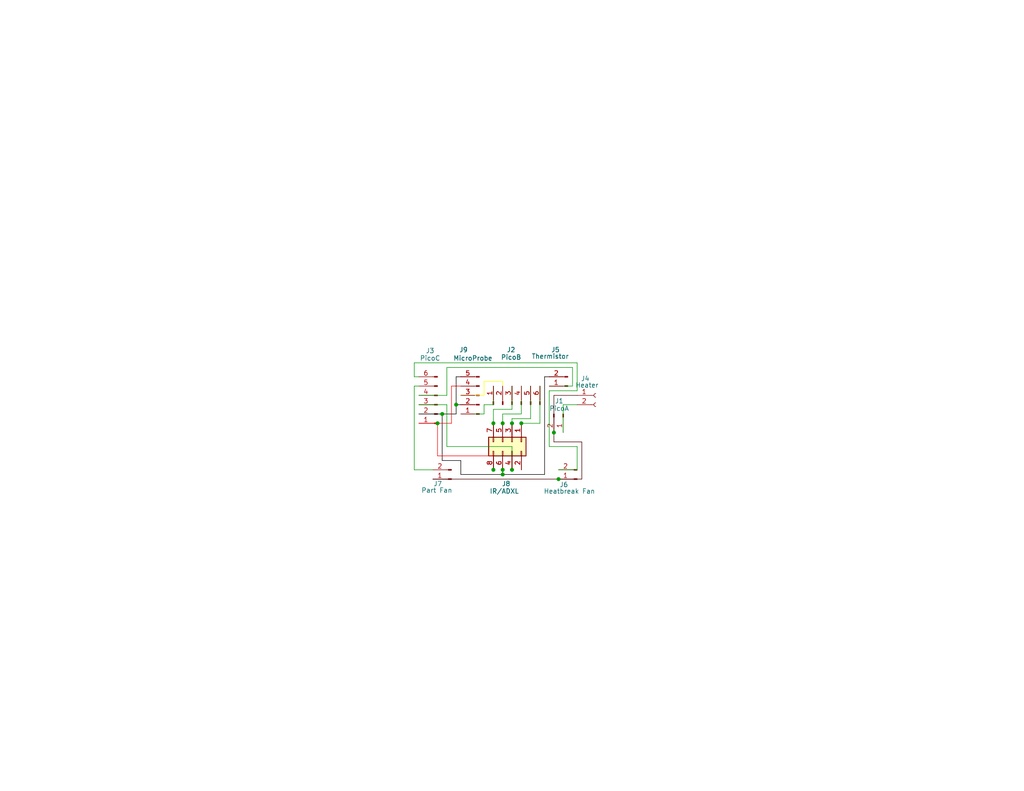
<source format=kicad_sch>
(kicad_sch (version 20250114) (generator "eeschema") (generator_version "9.0")
  (paper "USLetter")
  (title_block (title "JourneyMaker Toolhead PCB") (date "2025-09-10") (rev "0.5") (company "Colin Ng"))
  (lib_symbols
    (symbol "Connector:Conn_01x02_Pin" (pin_names (offset 1.016) (hide yes))
      (property "Reference" "J" (at 0 2.54 0))
      (property "Value" "Conn_01x02_Pin" (at 0 -5.08 0))
      (symbol "Conn_01x02_Pin_1_1"
        (rectangle (start 0.8636 0.127) (end 0 -0.127) (stroke (width 0.1524)) (fill (type outline)))
        (rectangle (start 0.8636 -2.413) (end 0 -2.667) (stroke (width 0.1524)) (fill (type outline)))
        (polyline (pts (xy 1.27 0) (xy 0.8636 0)) (stroke (width 0.1524)))
        (polyline (pts (xy 1.27 -2.54) (xy 0.8636 -2.54)) (stroke (width 0.1524)))
        (pin passive line (at 5.08 0 180) (length 3.81) (name "Pin_1") (number "1"))
        (pin passive line (at 5.08 -2.54 180) (length 3.81) (name "Pin_2") (number "2"))
      )
    )
    (symbol "Connector:Conn_01x02_Socket" (pin_names (offset 1.016) (hide yes))
      (property "Reference" "J" (at 0 2.54 0))
      (property "Value" "Conn_01x02_Socket" (at 0 -5.08 0))
      (symbol "Conn_01x02_Socket_1_1"
        (polyline (pts (xy -1.27 0) (xy -0.508 0)) (stroke (width 0.1524)))
        (polyline (pts (xy -1.27 -2.54) (xy -0.508 -2.54)) (stroke (width 0.1524)))
        (arc (start 0 -0.508) (mid -0.5058 0) (end 0 0.508) (stroke (width 0.1524)))
        (arc (start 0 -3.048) (mid -0.5058 -2.54) (end 0 -2.032) (stroke (width 0.1524)))
        (pin passive line (at -5.08 0 0) (length 3.81) (name "Pin_1") (number "1"))
        (pin passive line (at -5.08 -2.54 0) (length 3.81) (name "Pin_2") (number "2"))
      )
    )
    (symbol "Connector:Conn_01x05_Pin" (pin_names (offset 1.016) (hide yes))
      (property "Reference" "J" (at 0 7.62 0))
      (property "Value" "Conn_01x05_Pin" (at 0 -7.62 0))
      (symbol "Conn_01x05_Pin_1_1"
        (rectangle (start 0.8636 5.207) (end 0 4.953) (stroke (width 0.1524)) (fill (type outline)))
        (rectangle (start 0.8636 2.667) (end 0 2.413) (stroke (width 0.1524)) (fill (type outline)))
        (rectangle (start 0.8636 0.127) (end 0 -0.127) (stroke (width 0.1524)) (fill (type outline)))
        (rectangle (start 0.8636 -2.413) (end 0 -2.667) (stroke (width 0.1524)) (fill (type outline)))
        (rectangle (start 0.8636 -4.953) (end 0 -5.207) (stroke (width 0.1524)) (fill (type outline)))
        (polyline (pts (xy 1.27 5.08) (xy 0.8636 5.08)) (stroke (width 0.1524)))
        (polyline (pts (xy 1.27 2.54) (xy 0.8636 2.54)) (stroke (width 0.1524)))
        (polyline (pts (xy 1.27 0) (xy 0.8636 0)) (stroke (width 0.1524)))
        (polyline (pts (xy 1.27 -2.54) (xy 0.8636 -2.54)) (stroke (width 0.1524)))
        (polyline (pts (xy 1.27 -5.08) (xy 0.8636 -5.08)) (stroke (width 0.1524)))
        (pin passive line (at 5.08 5.08 180) (length 3.81) (name "Pin_1") (number "1"))
        (pin passive line (at 5.08 2.54 180) (length 3.81) (name "Pin_2") (number "2"))
        (pin passive line (at 5.08 0 180) (length 3.81) (name "Pin_3") (number "3"))
        (pin passive line (at 5.08 -2.54 180) (length 3.81) (name "Pin_4") (number "4"))
        (pin passive line (at 5.08 -5.08 180) (length 3.81) (name "Pin_5") (number "5"))
      )
    )
    (symbol "Connector:Conn_01x06_Pin" (pin_names (offset 1.016) (hide yes))
      (property "Reference" "J" (at 0 7.62 0))
      (property "Value" "Conn_01x06_Pin" (at 0 -10.16 0))
      (symbol "Conn_01x06_Pin_1_1"
        (rectangle (start 0.8636 5.207) (end 0 4.953) (stroke (width 0.1524)) (fill (type outline)))
        (rectangle (start 0.8636 2.667) (end 0 2.413) (stroke (width 0.1524)) (fill (type outline)))
        (rectangle (start 0.8636 0.127) (end 0 -0.127) (stroke (width 0.1524)) (fill (type outline)))
        (rectangle (start 0.8636 -2.413) (end 0 -2.667) (stroke (width 0.1524)) (fill (type outline)))
        (rectangle (start 0.8636 -4.953) (end 0 -5.207) (stroke (width 0.1524)) (fill (type outline)))
        (rectangle (start 0.8636 -7.493) (end 0 -7.747) (stroke (width 0.1524)) (fill (type outline)))
        (polyline (pts (xy 1.27 5.08) (xy 0.8636 5.08)) (stroke (width 0.1524)))
        (polyline (pts (xy 1.27 2.54) (xy 0.8636 2.54)) (stroke (width 0.1524)))
        (polyline (pts (xy 1.27 0) (xy 0.8636 0)) (stroke (width 0.1524)))
        (polyline (pts (xy 1.27 -2.54) (xy 0.8636 -2.54)) (stroke (width 0.1524)))
        (polyline (pts (xy 1.27 -5.08) (xy 0.8636 -5.08)) (stroke (width 0.1524)))
        (polyline (pts (xy 1.27 -7.62) (xy 0.8636 -7.62)) (stroke (width 0.1524)))
        (pin passive line (at 5.08 5.08 180) (length 3.81) (name "Pin_1") (number "1"))
        (pin passive line (at 5.08 2.54 180) (length 3.81) (name "Pin_2") (number "2"))
        (pin passive line (at 5.08 0 180) (length 3.81) (name "Pin_3") (number "3"))
        (pin passive line (at 5.08 -2.54 180) (length 3.81) (name "Pin_4") (number "4"))
        (pin passive line (at 5.08 -5.08 180) (length 3.81) (name "Pin_5") (number "5"))
        (pin passive line (at 5.08 -7.62 180) (length 3.81) (name "Pin_6") (number "6"))
      )
    )
    (symbol "Connector_Generic:Conn_02x04_Odd_Even" (pin_names (offset 1.016) (hide yes))
      (property "Reference" "J" (at 1.27 5.08 0))
      (property "Value" "Conn_02x04_Odd_Even" (at 1.27 -7.62 0))
      (symbol "Conn_02x04_Odd_Even_1_1"
        (rectangle (start -1.27 3.81) (end 3.81 -6.35) (stroke (width 0.254)) (fill (type background)))
        (rectangle (start -1.27 2.667) (end 0 2.413) (stroke (width 0.1524)))
        (rectangle (start -1.27 0.127) (end 0 -0.127) (stroke (width 0.1524)))
        (rectangle (start -1.27 -2.413) (end 0 -2.667) (stroke (width 0.1524)))
        (rectangle (start -1.27 -4.953) (end 0 -5.207) (stroke (width 0.1524)))
        (rectangle (start 3.81 2.667) (end 2.54 2.413) (stroke (width 0.1524)))
        (rectangle (start 3.81 0.127) (end 2.54 -0.127) (stroke (width 0.1524)))
        (rectangle (start 3.81 -2.413) (end 2.54 -2.667) (stroke (width 0.1524)))
        (rectangle (start 3.81 -4.953) (end 2.54 -5.207) (stroke (width 0.1524)))
        (pin passive line (at -5.08 2.54 0) (length 3.81) (name "Pin_1") (number "1"))
        (pin passive line (at -5.08 0 0) (length 3.81) (name "Pin_3") (number "3"))
        (pin passive line (at -5.08 -2.54 0) (length 3.81) (name "Pin_5") (number "5"))
        (pin passive line (at -5.08 -5.08 0) (length 3.81) (name "Pin_7") (number "7"))
        (pin passive line (at 7.62 2.54 180) (length 3.81) (name "Pin_2") (number "2"))
        (pin passive line (at 7.62 0 180) (length 3.81) (name "Pin_4") (number "4"))
        (pin passive line (at 7.62 -2.54 180) (length 3.81) (name "Pin_6") (number "6"))
        (pin passive line (at 7.62 -5.08 180) (length 3.81) (name "Pin_8") (number "8"))
      )
    )
  )
  (junction (at 119.38 115.57))
  (junction (at 139.7 115.57))
  (junction (at 137.16 115.57))
  (junction (at 134.62 115.57))
  (junction (at 120.65 113.03))
  (junction (at 142.24 115.57))
  (junction (at 137.16 129.54))
  (junction (at 124.46 110.49))
  (junction (at 134.62 128.27))
  (junction (at 139.7 128.27))
  (junction (at 151.13 118.11))
  (junction (at 152.4 130.81))
  (junction (at 137.16 128.27))
  (wire (pts (xy 134.62 110.49) (xy 134.62 105.41)))
  (wire (pts (xy 113.03 102.87) (xy 114.3 102.87)))
  (wire (pts (xy 134.62 127) (xy 134.62 128.27)))
  (wire (pts (xy 121.92 100.33) (xy 156.21 100.33)))
  (wire (pts (xy 151.13 107.95) (xy 157.48 107.95)) (stroke (width 0) (color 72 0 0 1)))
  (wire (pts (xy 118.11 130.81) (xy 152.4 130.81)) (stroke (width 0) (color 72 0 0 1)))
  (wire (pts (xy 123.19 105.41) (xy 125.73 105.41)) (stroke (width 0) (color 255 0 0 1)))
  (wire (pts (xy 144.78 105.41) (xy 144.78 114.3)))
  (wire (pts (xy 139.7 111.76) (xy 134.62 111.76)))
  (wire (pts (xy 144.78 114.3) (xy 139.7 114.3)))
  (wire (pts (xy 125.73 125.73) (xy 125.73 129.54)) (stroke (width 0) (color 0 0 0 1)))
  (wire (pts (xy 114.3 113.03) (xy 120.65 113.03)) (stroke (width 0) (color 0 0 0 1)))
  (wire (pts (xy 123.19 115.57) (xy 123.19 105.41)) (stroke (width 0) (color 255 0 0 1)))
  (wire (pts (xy 137.16 129.54) (xy 148.59 129.54)) (stroke (width 0) (color 0 0 0 1)))
  (wire (pts (xy 114.3 110.49) (xy 121.92 110.49)))
  (wire (pts (xy 151.13 120.65) (xy 158.75 120.65)) (stroke (width 0) (color 72 0 0 1)))
  (wire (pts (xy 137.16 104.14) (xy 137.16 105.41)) (stroke (width 0) (color 255 255 0 1)))
  (wire (pts (xy 142.24 113.03) (xy 137.16 113.03)))
  (wire (pts (xy 153.67 110.49) (xy 153.67 118.11)))
  (wire (pts (xy 121.92 107.95) (xy 114.3 107.95)))
  (wire (pts (xy 121.92 100.33) (xy 121.92 107.95)))
  (wire (pts (xy 139.7 121.92) (xy 139.7 128.27)))
  (wire (pts (xy 120.65 113.03) (xy 120.65 125.73)) (stroke (width 0) (color 0 0 0 1)))
  (wire (pts (xy 157.48 121.92) (xy 149.86 121.92)))
  (wire (pts (xy 149.86 106.68) (xy 149.86 121.92)))
  (wire (pts (xy 119.38 115.57) (xy 123.19 115.57)) (stroke (width 0) (color 255 0 0 1)))
  (wire (pts (xy 139.7 114.3) (xy 139.7 115.57)))
  (wire (pts (xy 137.16 127) (xy 137.16 128.27)) (stroke (width 0) (color 0 0 0 1)))
  (wire (pts (xy 156.21 105.41) (xy 149.86 105.41)))
  (wire (pts (xy 148.59 102.87) (xy 149.86 102.87)) (stroke (width 0) (color 0 0 0 1)))
  (wire (pts (xy 142.24 105.41) (xy 142.24 113.03)))
  (wire (pts (xy 151.13 107.95) (xy 151.13 118.11)) (stroke (width 0) (color 72 0 0 1)))
  (wire (pts (xy 157.48 99.06) (xy 157.48 106.68)))
  (wire (pts (xy 124.46 110.49) (xy 124.46 113.03)) (stroke (width 0) (color 0 0 0 1)))
  (wire (pts (xy 134.62 127) (xy 134.62 124.46)) (stroke (width 0) (color 255 0 0 1)))
  (wire (pts (xy 137.16 128.27) (xy 137.16 129.54)) (stroke (width 0) (color 0 0 0 1)))
  (wire (pts (xy 120.65 113.03) (xy 124.46 113.03)) (stroke (width 0) (color 0 0 0 1)))
  (wire (pts (xy 113.03 105.41) (xy 113.03 128.27)))
  (wire (pts (xy 157.48 128.27) (xy 157.48 121.92)))
  (wire (pts (xy 156.21 100.33) (xy 156.21 105.41)))
  (wire (pts (xy 139.7 105.41) (xy 139.7 111.76)))
  (wire (pts (xy 158.75 120.65) (xy 158.75 130.81)) (stroke (width 0) (color 72 0 0 1)))
  (wire (pts (xy 125.73 129.54) (xy 137.16 129.54)) (stroke (width 0) (color 0 0 0 1)))
  (wire (pts (xy 121.92 121.92) (xy 139.7 121.92)))
  (wire (pts (xy 113.03 102.87) (xy 113.03 99.06)))
  (wire (pts (xy 113.03 99.06) (xy 157.48 99.06)))
  (wire (pts (xy 114.3 115.57) (xy 119.38 115.57)) (stroke (width 0) (color 255 0 0 1)))
  (wire (pts (xy 137.16 104.14) (xy 132.08 104.14)) (stroke (width 0) (color 255 255 0 1)))
  (wire (pts (xy 124.46 102.87) (xy 125.73 102.87)) (stroke (width 0) (color 0 0 0 1)))
  (wire (pts (xy 132.08 113.03) (xy 125.73 113.03)))
  (wire (pts (xy 119.38 124.46) (xy 119.38 115.57)) (stroke (width 0) (color 255 0 0 1)))
  (wire (pts (xy 157.48 106.68) (xy 149.86 106.68)))
  (wire (pts (xy 134.62 111.76) (xy 134.62 115.57)))
  (wire (pts (xy 119.38 124.46) (xy 134.62 124.46)) (stroke (width 0) (color 255 0 0 1)))
  (wire (pts (xy 120.65 125.73) (xy 125.73 125.73)) (stroke (width 0) (color 0 0 0 1)))
  (wire (pts (xy 132.08 107.95) (xy 125.73 107.95)) (stroke (width 0) (color 255 255 0 1)))
  (wire (pts (xy 124.46 102.87) (xy 124.46 110.49)) (stroke (width 0) (color 0 0 0 1)))
  (wire (pts (xy 114.3 105.41) (xy 113.03 105.41)))
  (wire (pts (xy 137.16 113.03) (xy 137.16 115.57)))
  (wire (pts (xy 147.32 115.57) (xy 142.24 115.57)))
  (wire (pts (xy 153.67 110.49) (xy 157.48 110.49)))
  (wire (pts (xy 132.08 104.14) (xy 132.08 107.95)) (stroke (width 0) (color 255 255 0 1)))
  (wire (pts (xy 152.4 128.27) (xy 157.48 128.27)))
  (wire (pts (xy 148.59 102.87) (xy 148.59 129.54)) (stroke (width 0) (color 0 0 0 1)))
  (wire (pts (xy 147.32 105.41) (xy 147.32 115.57)))
  (wire (pts (xy 132.08 110.49) (xy 134.62 110.49)))
  (wire (pts (xy 113.03 128.27) (xy 118.11 128.27)))
  (wire (pts (xy 151.13 120.65) (xy 151.13 118.11)) (stroke (width 0) (color 72 0 0 1)))
  (wire (pts (xy 158.75 130.81) (xy 152.4 130.81)) (stroke (width 0) (color 72 0 0 1)))
  (wire (pts (xy 132.08 110.49) (xy 132.08 113.03)))
  (wire (pts (xy 124.46 110.49) (xy 125.73 110.49)) (stroke (width 0) (color 0 0 0 1)))
  (wire (pts (xy 121.92 121.92) (xy 121.92 110.49)))
  (symbol (lib_id "Connector:Conn_01x05_Pin") (at 130.81 107.95 180) (unit 1)
    (property "Reference" "J9" (at 126.492 95.504 0))
    (property "Value" "MicroProbe" (at 129.032 97.79 0))
    (property "Footprint" "Connector_JST:JST_PH_B5B-PH-K_1x05_P2.00mm_Vertical" (effects (hide yes)))
    (property "Description" "Generic connector, single row, 01x05, script generated" (effects (hide yes)))
  )
  (symbol (lib_id "Connector:Conn_01x02_Pin") (at 154.94 105.41 180) (unit 1)
    (property "Reference" "J5" (at 150.368 95.504 0) (effects (justify right)))
    (property "Value" "Thermistor" (at 145.034 97.282 0) (effects (justify right)))
    (property "Footprint" "Connector_JST:JST_XH_B2B-XH-A_1x02_P2.50mm_Vertical" (effects (hide yes)))
    (property "Description" "Generic connector, single row, 01x02, script generated" (effects (hide yes)))
  )
  (symbol (lib_id "Connector:Conn_01x06_Pin") (at 139.7 110.49 90) (unit 1)
    (property "Reference" "J2" (at 139.446 95.504 90))
    (property "Value" "PicoB" (at 139.446 97.536 90))
    (property "Footprint" "Connector_JST:JST_PH_B6B-PH-K_1x06_P2.00mm_Vertical" (effects (hide yes)))
    (property "Description" "Generic connector, single row, 01x06, script generated" (effects (hide yes)))
  )
  (symbol (lib_id "Connector:Conn_01x02_Pin") (at 153.67 113.03 270) (unit 1)
    (property "Reference" "J1" (at 151.384 109.474 90) (effects (justify left)))
    (property "Value" "PicoA" (at 149.86 111.506 90) (effects (justify left)))
    (property "Footprint" "TerminalBlock:TerminalBlock_Xinya_XY308-2.54-2P_1x02_P2.54mm_Horizontal" (effects (hide yes)))
    (property "Description" "Generic connector, single row, 01x02, script generated" (effects (hide yes)))
  )
  (symbol (lib_id "Connector_Generic:Conn_02x04_Odd_Even") (at 139.7 120.65 270) (unit 1)
    (property "Reference" "J10" (effects (hide yes)))
    (property "Value" "Conn_02x04_Odd_Even" (effects (hide yes)))
    (property "Footprint" "Connector_PinHeader_2.54mm:PinHeader_2x04_P2.54mm_Vertical" (effects (hide yes)))
    (property "Description" "Generic connector, double row, 02x04, odd/even pin numbering scheme (row 1 odd numbers, row 2 even numbers), script generated (kicad-library-utils/schlib/autogen/connector/)" (effects (hide yes)))
  )
  (symbol (lib_id "Connector:Conn_01x02_Pin") (at 157.48 130.81 180) (unit 1)
    (property "Reference" "J6" (at 152.654 132.334 0) (effects (justify right)))
    (property "Value" "Heatbreak Fan" (at 148.336 134.112 0) (effects (justify right)))
    (property "Footprint" "Connector_JST:JST_XH_B2B-XH-A_1x02_P2.50mm_Vertical" (effects (hide yes)))
    (property "Description" "Generic connector, single row, 01x02, script generated" (effects (hide yes)))
  )
  (symbol (lib_id "Connector:Conn_01x02_Socket") (at 162.56 107.95 0) (unit 1)
    (property "Reference" "J4" (at 158.496 103.378 0) (effects (justify left)))
    (property "Value" "Heater" (at 156.972 105.156 0) (effects (justify left)))
    (property "Footprint" "Connector_AMASS:AMASS_XT30PW-F_1x02_P2.50mm_Horizontal" (effects (hide yes)))
    (property "Description" "Generic connector, single row, 01x02, script generated" (effects (hide yes)))
  )
  (symbol (lib_id "Connector:Conn_01x06_Pin") (at 119.38 110.49 180) (unit 1)
    (property "Reference" "J3" (at 117.348 95.758 0))
    (property "Value" "PicoC" (at 117.348 97.79 0))
    (property "Footprint" "Connector_JST:JST_PH_B6B-PH-K_1x06_P2.00mm_Vertical" (effects (hide yes)))
    (property "Description" "Generic connector, single row, 01x06, script generated" (effects (hide yes)))
  )
  (symbol (lib_id "Connector_Generic:Conn_02x04_Odd_Even") (at 139.7 120.65 270) (unit 1)
    (property "Reference" "J8" (at 136.906 132.08 90) (effects (justify left)))
    (property "Value" "IR/ADXL" (at 133.604 134.112 90) (effects (justify left)))
    (property "Footprint" "Connector_PinHeader_2.54mm:PinHeader_2x04_P2.54mm_Vertical_SMD" (effects (hide yes)))
    (property "Description" "Generic connector, double row, 02x04, odd/even pin numbering scheme (row 1 odd numbers, row 2 even numbers), script generated (kicad-library-utils/schlib/autogen/connector/)" (effects (hide yes)))
  )
  (symbol (lib_id "Connector:Conn_01x02_Pin") (at 123.19 130.81 180) (unit 1)
    (property "Reference" "J7" (at 120.65 132.08 0) (effects (justify left)))
    (property "Value" "Part Fan" (at 123.444 133.858 0) (effects (justify left)))
    (property "Footprint" "Connector_JST:JST_XH_B2B-XH-A_1x02_P2.50mm_Vertical" (effects (hide yes)))
    (property "Description" "Generic connector, single row, 01x02, script generated" (effects (hide yes)))
  )
)
</source>
